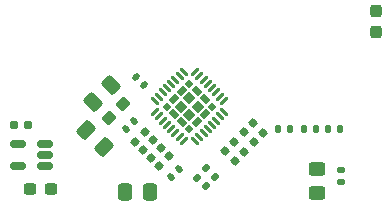
<source format=gbr>
%TF.GenerationSoftware,KiCad,Pcbnew,8.0.7*%
%TF.CreationDate,2025-04-21T06:01:31-04:00*%
%TF.ProjectId,tac5212_audio_board_single_ended,74616335-3231-4325-9f61-7564696f5f62,rev?*%
%TF.SameCoordinates,Original*%
%TF.FileFunction,Paste,Top*%
%TF.FilePolarity,Positive*%
%FSLAX46Y46*%
G04 Gerber Fmt 4.6, Leading zero omitted, Abs format (unit mm)*
G04 Created by KiCad (PCBNEW 8.0.7) date 2025-04-21 06:01:31*
%MOMM*%
%LPD*%
G01*
G04 APERTURE LIST*
G04 Aperture macros list*
%AMRoundRect*
0 Rectangle with rounded corners*
0 $1 Rounding radius*
0 $2 $3 $4 $5 $6 $7 $8 $9 X,Y pos of 4 corners*
0 Add a 4 corners polygon primitive as box body*
4,1,4,$2,$3,$4,$5,$6,$7,$8,$9,$2,$3,0*
0 Add four circle primitives for the rounded corners*
1,1,$1+$1,$2,$3*
1,1,$1+$1,$4,$5*
1,1,$1+$1,$6,$7*
1,1,$1+$1,$8,$9*
0 Add four rect primitives between the rounded corners*
20,1,$1+$1,$2,$3,$4,$5,0*
20,1,$1+$1,$4,$5,$6,$7,0*
20,1,$1+$1,$6,$7,$8,$9,0*
20,1,$1+$1,$8,$9,$2,$3,0*%
%AMFreePoly0*
4,1,19,0.250763,0.273032,0.287330,0.222702,0.292257,0.191596,0.292256,-0.108205,0.273032,-0.167372,0.262774,-0.179383,0.179383,-0.262774,0.123952,-0.291018,0.108205,-0.292256,-0.191596,-0.292257,-0.250763,-0.273032,-0.287330,-0.222702,-0.292257,-0.191596,-0.292257,0.191596,-0.273032,0.250763,-0.222702,0.287330,-0.191596,0.292257,0.191596,0.292257,0.250763,0.273032,0.250763,0.273032,
$1*%
%AMFreePoly1*
4,1,21,0.195247,0.383971,0.200509,0.379148,0.268292,0.311365,0.291946,0.260640,0.292257,0.253509,0.292257,-0.253509,0.273115,-0.306103,0.268292,-0.311365,0.200509,-0.379148,0.149784,-0.402802,0.142653,-0.403113,-0.210436,-0.403113,-0.263030,-0.383971,-0.291014,-0.335500,-0.292257,-0.321292,-0.292257,0.321292,-0.273115,0.373886,-0.224644,0.401870,-0.210436,0.403113,0.142653,0.403113,
0.195247,0.383971,0.195247,0.383971,$1*%
%AMFreePoly2*
4,1,19,0.167372,0.273032,0.179383,0.262774,0.262774,0.179383,0.291018,0.123952,0.292256,0.108205,0.292257,-0.191596,0.273032,-0.250763,0.222702,-0.287330,0.191596,-0.292257,-0.191596,-0.292257,-0.250763,-0.273032,-0.287330,-0.222702,-0.292257,-0.191596,-0.292257,0.191596,-0.273032,0.250763,-0.222702,0.287330,-0.191596,0.292257,0.108205,0.292256,0.167372,0.273032,0.167372,0.273032,
$1*%
%AMFreePoly3*
4,1,21,0.373886,0.273115,0.401870,0.224644,0.403113,0.210436,0.403113,-0.142653,0.383971,-0.195247,0.379148,-0.200509,0.311365,-0.268292,0.260640,-0.291946,0.253509,-0.292257,-0.253509,-0.292257,-0.306103,-0.273115,-0.311365,-0.268292,-0.379148,-0.200509,-0.402802,-0.149784,-0.403113,-0.142653,-0.403113,0.210436,-0.383971,0.263030,-0.335500,0.291014,-0.321292,0.292257,0.321292,0.292257,
0.373886,0.273115,0.373886,0.273115,$1*%
%AMFreePoly4*
4,1,21,0.306103,0.273115,0.311365,0.268292,0.379148,0.200509,0.402802,0.149784,0.403113,0.142653,0.403113,-0.210436,0.383971,-0.263030,0.335500,-0.291014,0.321292,-0.292257,-0.321292,-0.292257,-0.373886,-0.273115,-0.401870,-0.224644,-0.403113,-0.210436,-0.403113,0.142653,-0.383971,0.195247,-0.379148,0.200509,-0.311365,0.268292,-0.260640,0.291946,-0.253509,0.292257,0.253509,0.292257,
0.306103,0.273115,0.306103,0.273115,$1*%
%AMFreePoly5*
4,1,19,0.250763,0.273032,0.287330,0.222702,0.292257,0.191596,0.292257,-0.191596,0.273032,-0.250763,0.222702,-0.287330,0.191596,-0.292257,-0.108205,-0.292256,-0.167372,-0.273032,-0.179383,-0.262774,-0.262774,-0.179383,-0.291018,-0.123952,-0.292256,-0.108205,-0.292257,0.191596,-0.273032,0.250763,-0.222702,0.287330,-0.191596,0.292257,0.191596,0.292257,0.250763,0.273032,0.250763,0.273032,
$1*%
%AMFreePoly6*
4,1,21,0.263030,0.383971,0.291014,0.335500,0.292257,0.321292,0.292257,-0.321292,0.273115,-0.373886,0.224644,-0.401870,0.210436,-0.403113,-0.142653,-0.403113,-0.195247,-0.383971,-0.200509,-0.379148,-0.268292,-0.311365,-0.291946,-0.260640,-0.292257,-0.253509,-0.292257,0.253509,-0.273115,0.306103,-0.268292,0.311365,-0.200509,0.379148,-0.149784,0.402802,-0.142653,0.403113,0.210436,0.403113,
0.263030,0.383971,0.263030,0.383971,$1*%
%AMFreePoly7*
4,1,19,0.250763,0.273032,0.287330,0.222702,0.292257,0.191596,0.292257,-0.191596,0.273032,-0.250763,0.222702,-0.287330,0.191596,-0.292257,-0.191596,-0.292257,-0.250763,-0.273032,-0.287330,-0.222702,-0.292257,-0.191596,-0.292256,0.108205,-0.273032,0.167372,-0.262774,0.179383,-0.179383,0.262774,-0.123952,0.291018,-0.108205,0.292256,0.191596,0.292257,0.250763,0.273032,0.250763,0.273032,
$1*%
G04 Aperture macros list end*
%ADD10RoundRect,0.160000X0.252791X-0.026517X-0.026517X0.252791X-0.252791X0.026517X0.026517X-0.252791X0*%
%ADD11RoundRect,0.135000X-0.226274X-0.035355X-0.035355X-0.226274X0.226274X0.035355X0.035355X0.226274X0*%
%ADD12RoundRect,0.250000X0.337500X0.475000X-0.337500X0.475000X-0.337500X-0.475000X0.337500X-0.475000X0*%
%ADD13RoundRect,0.160000X-0.026517X-0.252791X0.252791X0.026517X0.026517X0.252791X-0.252791X-0.026517X0*%
%ADD14RoundRect,0.140000X0.219203X0.021213X0.021213X0.219203X-0.219203X-0.021213X-0.021213X-0.219203X0*%
%ADD15RoundRect,0.250000X0.574524X0.097227X0.097227X0.574524X-0.574524X-0.097227X-0.097227X-0.574524X0*%
%ADD16RoundRect,0.150000X0.512500X0.150000X-0.512500X0.150000X-0.512500X-0.150000X0.512500X-0.150000X0*%
%ADD17RoundRect,0.135000X-0.185000X0.135000X-0.185000X-0.135000X0.185000X-0.135000X0.185000X0.135000X0*%
%ADD18RoundRect,0.237500X0.237500X-0.300000X0.237500X0.300000X-0.237500X0.300000X-0.237500X-0.300000X0*%
%ADD19FreePoly0,45.000000*%
%ADD20FreePoly1,45.000000*%
%ADD21FreePoly2,45.000000*%
%ADD22RoundRect,0.201557X0.000000X-0.285043X0.285043X0.000000X0.000000X0.285043X-0.285043X0.000000X0*%
%ADD23FreePoly3,45.000000*%
%ADD24FreePoly4,45.000000*%
%ADD25FreePoly5,45.000000*%
%ADD26FreePoly6,45.000000*%
%ADD27FreePoly7,45.000000*%
%ADD28RoundRect,0.062500X-0.220971X-0.309359X0.309359X0.220971X0.220971X0.309359X-0.309359X-0.220971X0*%
%ADD29RoundRect,0.062500X0.220971X-0.309359X0.309359X-0.220971X-0.220971X0.309359X-0.309359X0.220971X0*%
%ADD30RoundRect,0.140000X-0.021213X0.219203X-0.219203X0.021213X0.021213X-0.219203X0.219203X-0.021213X0*%
%ADD31RoundRect,0.250000X-0.097227X0.574524X-0.574524X0.097227X0.097227X-0.574524X0.574524X-0.097227X0*%
%ADD32RoundRect,0.250000X-0.450000X0.325000X-0.450000X-0.325000X0.450000X-0.325000X0.450000X0.325000X0*%
%ADD33RoundRect,0.237500X-0.300000X-0.237500X0.300000X-0.237500X0.300000X0.237500X-0.300000X0.237500X0*%
%ADD34RoundRect,0.135000X-0.135000X-0.185000X0.135000X-0.185000X0.135000X0.185000X-0.135000X0.185000X0*%
%ADD35RoundRect,0.237500X-0.044194X-0.380070X0.380070X0.044194X0.044194X0.380070X-0.380070X-0.044194X0*%
%ADD36RoundRect,0.135000X0.135000X0.185000X-0.135000X0.185000X-0.135000X-0.185000X0.135000X-0.185000X0*%
%ADD37RoundRect,0.160000X-0.197500X-0.160000X0.197500X-0.160000X0.197500X0.160000X-0.197500X0.160000X0*%
%ADD38RoundRect,0.135000X0.226274X0.035355X0.035355X0.226274X-0.226274X-0.035355X-0.035355X-0.226274X0*%
G04 APERTURE END LIST*
D10*
%TO.C,R113*%
X114022496Y-114822496D03*
X113177504Y-113977504D03*
%TD*%
D11*
%TO.C,R121*%
X110039376Y-117039376D03*
X110760624Y-117760624D03*
%TD*%
D10*
%TO.C,R112*%
X114822496Y-114022496D03*
X113977504Y-113177504D03*
%TD*%
D12*
%TO.C,C111*%
X106037500Y-118200000D03*
X103962500Y-118200000D03*
%TD*%
D10*
%TO.C,R114*%
X113222496Y-115622496D03*
X112377504Y-114777504D03*
%TD*%
D13*
%TO.C,R115*%
X105445334Y-114708704D03*
X106290326Y-113863712D03*
%TD*%
D14*
%TO.C,C109*%
X105539411Y-109139411D03*
X104860589Y-108460589D03*
%TD*%
D15*
%TO.C,C115*%
X102133623Y-114433623D03*
X100666377Y-112966377D03*
%TD*%
D16*
%TO.C,U108*%
X97137500Y-116050000D03*
X97137500Y-115100000D03*
X97137500Y-114150000D03*
X94862500Y-114150000D03*
X94862500Y-116050000D03*
%TD*%
D13*
%TO.C,R118*%
X106788837Y-116052207D03*
X107633829Y-115207215D03*
%TD*%
D17*
%TO.C,R126*%
X122200000Y-116390000D03*
X122200000Y-117410000D03*
%TD*%
D18*
%TO.C,C118*%
X125200000Y-104662501D03*
X125200000Y-102937499D03*
%TD*%
D19*
%TO.C,TAC108-Q1*%
X107473134Y-111000000D03*
D20*
X108083014Y-111609880D03*
X108790120Y-112316986D03*
D21*
X109400000Y-112926866D03*
D22*
X108692893Y-111000000D03*
X109400000Y-111707107D03*
D23*
X108083014Y-110390120D03*
D24*
X110009880Y-112316986D03*
D23*
X108790120Y-109683014D03*
D24*
X110716986Y-111609880D03*
D22*
X109400000Y-110292893D03*
X110107107Y-111000000D03*
D25*
X109400000Y-109073134D03*
D26*
X110009880Y-109683014D03*
X110716986Y-110390120D03*
D27*
X111326866Y-111000000D03*
D28*
X106438990Y-111486136D03*
X106792544Y-111839689D03*
X107146097Y-112193243D03*
X107499651Y-112546796D03*
X107853204Y-112900349D03*
X108206757Y-113253903D03*
X108560311Y-113607456D03*
X108913864Y-113961010D03*
D29*
X109886136Y-113961010D03*
X110239689Y-113607456D03*
X110593243Y-113253903D03*
X110946796Y-112900349D03*
X111300349Y-112546796D03*
X111653903Y-112193243D03*
X112007456Y-111839689D03*
X112361010Y-111486136D03*
D28*
X112361010Y-110513864D03*
X112007456Y-110160311D03*
X111653903Y-109806757D03*
X111300349Y-109453204D03*
X110946796Y-109099651D03*
X110593243Y-108746097D03*
X110239689Y-108392544D03*
X109886136Y-108038990D03*
D29*
X108913864Y-108038990D03*
X108560311Y-108392544D03*
X108206757Y-108746097D03*
X107853204Y-109099651D03*
X107499651Y-109453204D03*
X107146097Y-109806757D03*
X106792544Y-110160311D03*
X106438990Y-110513864D03*
%TD*%
D30*
%TO.C,C116*%
X104739411Y-112260589D03*
X104060589Y-112939411D03*
%TD*%
D31*
%TO.C,C108*%
X102733623Y-109166377D03*
X101266377Y-110633623D03*
%TD*%
D32*
%TO.C,D116*%
X120175000Y-116250000D03*
X120175000Y-118300000D03*
%TD*%
D30*
%TO.C,C112*%
X108539411Y-116260589D03*
X107860589Y-116939411D03*
%TD*%
D10*
%TO.C,R110*%
X115622496Y-113222496D03*
X114777504Y-112377504D03*
%TD*%
D33*
%TO.C,C128*%
X95937500Y-118000000D03*
X97662500Y-118000000D03*
%TD*%
D34*
%TO.C,R123*%
X121090000Y-112900000D03*
X122110000Y-112900000D03*
%TD*%
D35*
%TO.C,C119*%
X102590120Y-112009880D03*
X103809880Y-110790120D03*
%TD*%
D36*
%TO.C,R124*%
X117910000Y-112900000D03*
X116890000Y-112900000D03*
%TD*%
D13*
%TO.C,R119*%
X104773583Y-114036952D03*
X105618575Y-113191960D03*
%TD*%
%TO.C,R117*%
X106117086Y-115380455D03*
X106962078Y-114535463D03*
%TD*%
D36*
%TO.C,R122*%
X120110000Y-112900000D03*
X119090000Y-112900000D03*
%TD*%
D37*
%TO.C,R125*%
X94502500Y-112600000D03*
X95697500Y-112600000D03*
%TD*%
D38*
%TO.C,R120*%
X111560624Y-116960624D03*
X110839376Y-116239376D03*
%TD*%
M02*

</source>
